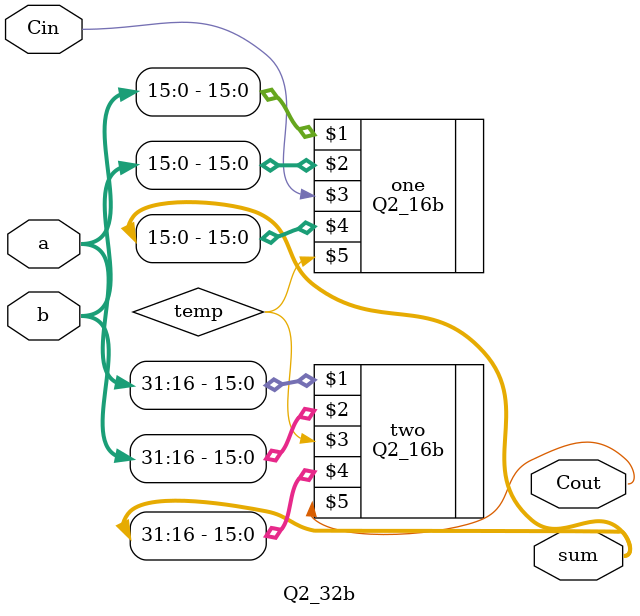
<source format=v>
`timescale 1ns / 1ps
module Q2_32b(
    input [31:0] a,
    input [31:0] b,
	 input Cin,
	 output [31:0] sum,
	 output Cout
    );
 
  wire temp;
  
  Q2_16b one ( a[15:0], b[15:0], Cin, sum[15:0], temp);
  Q2_16b two ( a[31:16], b[31:16], temp, sum[31:16], Cout);

endmodule

</source>
